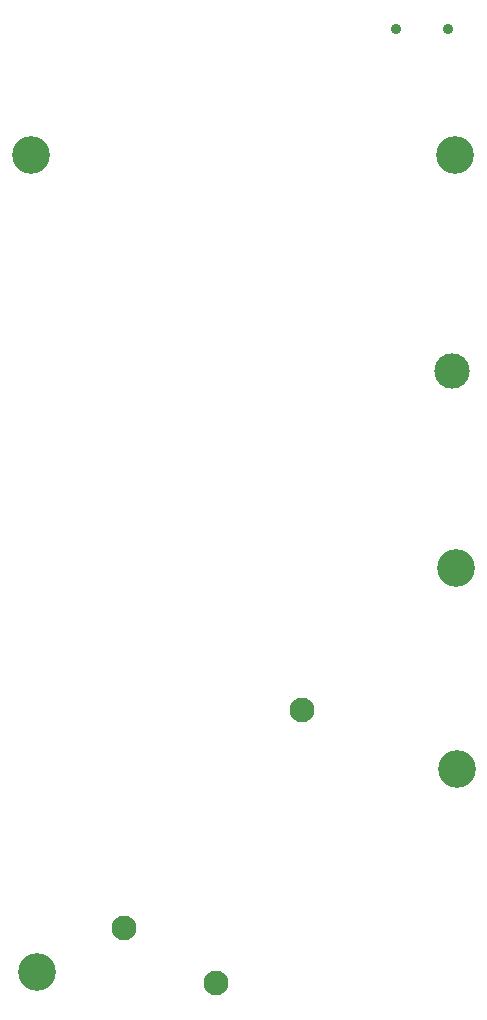
<source format=gbr>
%TF.GenerationSoftware,KiCad,Pcbnew,8.0.2*%
%TF.CreationDate,2024-07-21T18:01:24+02:00*%
%TF.ProjectId,CzlapCzlapTOP,437a6c61-7043-47a6-9c61-70544f502e6b,rev?*%
%TF.SameCoordinates,Original*%
%TF.FileFunction,NonPlated,1,2,NPTH,Drill*%
%TF.FilePolarity,Positive*%
%FSLAX46Y46*%
G04 Gerber Fmt 4.6, Leading zero omitted, Abs format (unit mm)*
G04 Created by KiCad (PCBNEW 8.0.2) date 2024-07-21 18:01:24*
%MOMM*%
%LPD*%
G01*
G04 APERTURE LIST*
%TA.AperFunction,ComponentDrill*%
%ADD10C,0.900000*%
%TD*%
%TA.AperFunction,ComponentDrill*%
%ADD11C,2.100000*%
%TD*%
%TA.AperFunction,ComponentDrill*%
%ADD12C,3.000000*%
%TD*%
%TA.AperFunction,ComponentDrill*%
%ADD13C,3.200000*%
%TD*%
G04 APERTURE END LIST*
D10*
%TO.C,J1*%
X129118000Y-22818200D03*
X133518000Y-22818200D03*
D11*
%TO.C,J15*%
X106053000Y-98959200D03*
X113853000Y-103609200D03*
%TO.C,U2*%
X121152000Y-80481300D03*
D12*
%TO.C,REF\u002A\u002A*%
X133858000Y-51739800D03*
D13*
X98171000Y-33477200D03*
X98679000Y-102616000D03*
X134112000Y-33451800D03*
X134213600Y-68478400D03*
X134264400Y-85445600D03*
M02*

</source>
